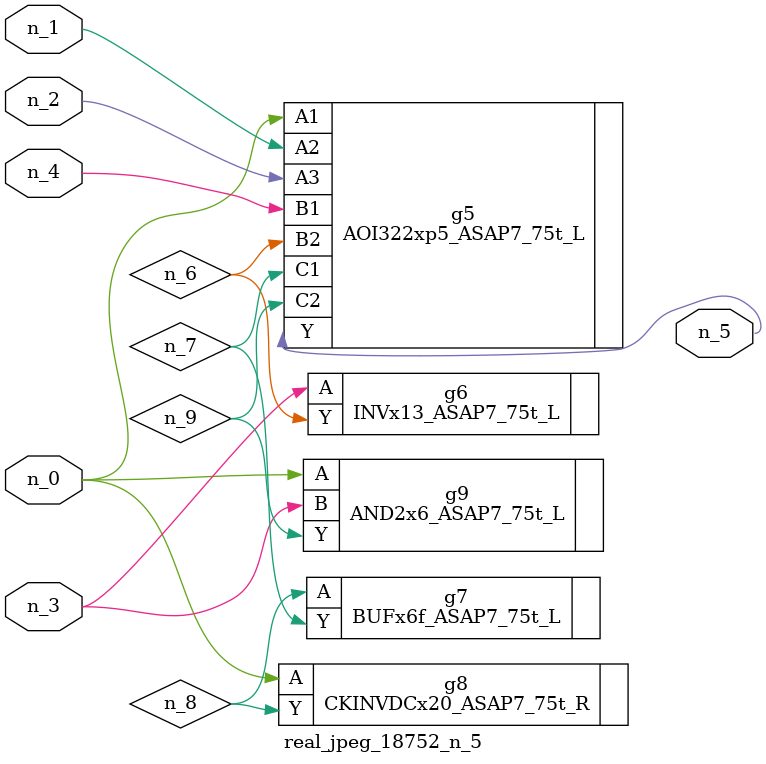
<source format=v>
module real_jpeg_18752_n_5 (n_4, n_0, n_1, n_2, n_3, n_5);

input n_4;
input n_0;
input n_1;
input n_2;
input n_3;

output n_5;

wire n_8;
wire n_6;
wire n_7;
wire n_9;

AOI322xp5_ASAP7_75t_L g5 ( 
.A1(n_0),
.A2(n_1),
.A3(n_2),
.B1(n_4),
.B2(n_6),
.C1(n_7),
.C2(n_9),
.Y(n_5)
);

CKINVDCx20_ASAP7_75t_R g8 ( 
.A(n_0),
.Y(n_8)
);

AND2x6_ASAP7_75t_L g9 ( 
.A(n_0),
.B(n_3),
.Y(n_9)
);

INVx13_ASAP7_75t_L g6 ( 
.A(n_3),
.Y(n_6)
);

BUFx6f_ASAP7_75t_L g7 ( 
.A(n_8),
.Y(n_7)
);


endmodule
</source>
